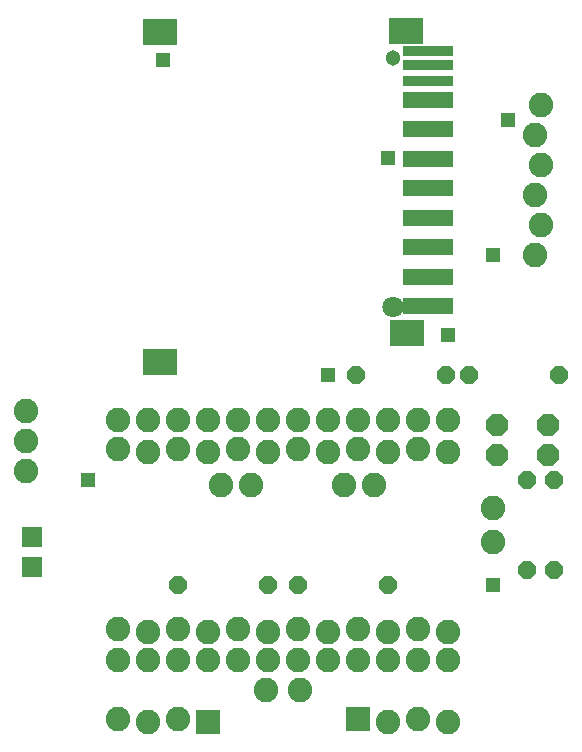
<source format=gts>
G75*
%MOIN*%
%OFA0B0*%
%FSLAX25Y25*%
%IPPOS*%
%LPD*%
%AMOC8*
5,1,8,0,0,1.08239X$1,22.5*
%
%ADD10C,0.08200*%
%ADD11R,0.06800X0.06800*%
%ADD12OC8,0.07400*%
%ADD13R,0.08200X0.08200*%
%ADD14OC8,0.06000*%
%ADD15R,0.11824X0.08674*%
%ADD16R,0.16548X0.03556*%
%ADD17R,0.16548X0.05524*%
%ADD18C,0.05131*%
%ADD19C,0.07099*%
%ADD20R,0.04762X0.04762*%
D10*
X0048833Y0015367D03*
X0048833Y0034867D03*
X0048833Y0045367D03*
X0058833Y0044367D03*
X0058833Y0034867D03*
X0068833Y0034867D03*
X0068833Y0045367D03*
X0078833Y0044367D03*
X0078833Y0034867D03*
X0068833Y0015367D03*
X0058833Y0014367D03*
X0088833Y0034867D03*
X0088833Y0045367D03*
X0098833Y0044367D03*
X0098833Y0034867D03*
X0098133Y0024867D03*
X0109533Y0024867D03*
X0108833Y0034867D03*
X0108833Y0045367D03*
X0118833Y0044367D03*
X0118833Y0034867D03*
X0128833Y0034867D03*
X0128833Y0045367D03*
X0138833Y0044367D03*
X0138833Y0034867D03*
X0148833Y0034867D03*
X0148833Y0045367D03*
X0158833Y0044367D03*
X0158833Y0034867D03*
X0148833Y0015367D03*
X0138833Y0014367D03*
X0158833Y0014367D03*
X0173833Y0074167D03*
X0173833Y0085567D03*
X0158833Y0104367D03*
X0158833Y0114867D03*
X0148833Y0114867D03*
X0148833Y0105367D03*
X0138833Y0104367D03*
X0138833Y0114867D03*
X0128833Y0114867D03*
X0128833Y0105367D03*
X0124333Y0093367D03*
X0118833Y0104367D03*
X0118833Y0114867D03*
X0108833Y0114867D03*
X0108833Y0105367D03*
X0098833Y0104367D03*
X0098833Y0114867D03*
X0088833Y0114867D03*
X0088833Y0105367D03*
X0093333Y0093367D03*
X0083333Y0093367D03*
X0078833Y0104367D03*
X0078833Y0114867D03*
X0068833Y0114867D03*
X0068833Y0105367D03*
X0058833Y0104367D03*
X0058833Y0114867D03*
X0048833Y0114867D03*
X0048833Y0105367D03*
X0018333Y0107867D03*
X0018333Y0117867D03*
X0018333Y0097867D03*
X0134333Y0093367D03*
X0187833Y0169867D03*
X0189833Y0179867D03*
X0187833Y0189867D03*
X0189833Y0199867D03*
X0187833Y0209867D03*
X0189833Y0219867D03*
D11*
X0020333Y0065867D03*
X0020333Y0075867D03*
D12*
X0175333Y0103367D03*
X0175333Y0113367D03*
X0192333Y0113367D03*
X0192333Y0103367D03*
D13*
X0128833Y0015367D03*
X0078833Y0014367D03*
D14*
X0068833Y0059867D03*
X0098833Y0059867D03*
X0108833Y0059867D03*
X0138833Y0059867D03*
X0128333Y0129867D03*
X0158333Y0129867D03*
X0165833Y0129867D03*
X0185333Y0094867D03*
X0194133Y0094867D03*
X0194133Y0064867D03*
X0185333Y0064867D03*
X0195833Y0129867D03*
D15*
X0145290Y0143804D03*
X0144896Y0244591D03*
X0063007Y0244197D03*
X0063007Y0134355D03*
D16*
X0152377Y0228056D03*
X0152377Y0233174D03*
X0152377Y0237898D03*
D17*
X0152377Y0221756D03*
X0152377Y0211914D03*
X0152377Y0202071D03*
X0152377Y0192229D03*
X0152377Y0182386D03*
X0152377Y0172544D03*
X0152377Y0162701D03*
X0152377Y0152859D03*
D18*
X0140566Y0235536D03*
D19*
X0140566Y0152465D03*
D20*
X0158833Y0143367D03*
X0173833Y0169867D03*
X0178833Y0214867D03*
X0138833Y0202367D03*
X0118833Y0129867D03*
X0173833Y0059867D03*
X0063833Y0234867D03*
X0038833Y0094867D03*
M02*

</source>
